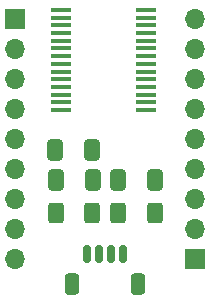
<source format=gbr>
%TF.GenerationSoftware,KiCad,Pcbnew,(6.0.0-0)*%
%TF.CreationDate,2022-02-05T19:10:17-08:00*%
%TF.ProjectId,w2rf004rm-breakout,77327266-3030-4347-926d-2d627265616b,v1*%
%TF.SameCoordinates,Original*%
%TF.FileFunction,Soldermask,Top*%
%TF.FilePolarity,Negative*%
%FSLAX46Y46*%
G04 Gerber Fmt 4.6, Leading zero omitted, Abs format (unit mm)*
G04 Created by KiCad (PCBNEW (6.0.0-0)) date 2022-02-05 19:10:17*
%MOMM*%
%LPD*%
G01*
G04 APERTURE LIST*
G04 Aperture macros list*
%AMRoundRect*
0 Rectangle with rounded corners*
0 $1 Rounding radius*
0 $2 $3 $4 $5 $6 $7 $8 $9 X,Y pos of 4 corners*
0 Add a 4 corners polygon primitive as box body*
4,1,4,$2,$3,$4,$5,$6,$7,$8,$9,$2,$3,0*
0 Add four circle primitives for the rounded corners*
1,1,$1+$1,$2,$3*
1,1,$1+$1,$4,$5*
1,1,$1+$1,$6,$7*
1,1,$1+$1,$8,$9*
0 Add four rect primitives between the rounded corners*
20,1,$1+$1,$2,$3,$4,$5,0*
20,1,$1+$1,$4,$5,$6,$7,0*
20,1,$1+$1,$6,$7,$8,$9,0*
20,1,$1+$1,$8,$9,$2,$3,0*%
G04 Aperture macros list end*
%ADD10R,1.750000X0.450000*%
%ADD11RoundRect,0.250000X-0.400000X-0.625000X0.400000X-0.625000X0.400000X0.625000X-0.400000X0.625000X0*%
%ADD12RoundRect,0.250000X0.400000X0.625000X-0.400000X0.625000X-0.400000X-0.625000X0.400000X-0.625000X0*%
%ADD13O,1.700000X1.700000*%
%ADD14R,1.700000X1.700000*%
%ADD15RoundRect,0.150000X0.150000X0.625000X-0.150000X0.625000X-0.150000X-0.625000X0.150000X-0.625000X0*%
%ADD16RoundRect,0.250000X0.350000X0.650000X-0.350000X0.650000X-0.350000X-0.650000X0.350000X-0.650000X0*%
%ADD17RoundRect,0.250000X0.412500X0.650000X-0.412500X0.650000X-0.412500X-0.650000X0.412500X-0.650000X0*%
%ADD18RoundRect,0.250000X-0.412500X-0.650000X0.412500X-0.650000X0.412500X0.650000X-0.412500X0.650000X0*%
G04 APERTURE END LIST*
D10*
%TO.C,U1*%
X150780000Y-84675000D03*
X150780000Y-85325000D03*
X150780000Y-85975000D03*
X150780000Y-86625000D03*
X150780000Y-87275000D03*
X150780000Y-87925000D03*
X150780000Y-88575000D03*
X150780000Y-89225000D03*
X150780000Y-89875000D03*
X150780000Y-90525000D03*
X150780000Y-91175000D03*
X150780000Y-91825000D03*
X150780000Y-92475000D03*
X150780000Y-93125000D03*
X143580000Y-93125000D03*
X143580000Y-92475000D03*
X143580000Y-91825000D03*
X143580000Y-91175000D03*
X143580000Y-90525000D03*
X143580000Y-89875000D03*
X143580000Y-89225000D03*
X143580000Y-88575000D03*
X143580000Y-87925000D03*
X143580000Y-87275000D03*
X143580000Y-86625000D03*
X143580000Y-85975000D03*
X143580000Y-85325000D03*
X143580000Y-84675000D03*
%TD*%
D11*
%TO.C,R2*%
X146250000Y-101812000D03*
X143150000Y-101812000D03*
%TD*%
D12*
%TO.C,R1*%
X151550000Y-101812000D03*
X148450000Y-101812000D03*
%TD*%
D13*
%TO.C,J3*%
X139700000Y-105740000D03*
X139700000Y-103200000D03*
X139700000Y-100660000D03*
X139700000Y-98120000D03*
X139700000Y-95580000D03*
X139700000Y-93040000D03*
X139700000Y-90500000D03*
X139700000Y-87960000D03*
D14*
X139700000Y-85420000D03*
%TD*%
D13*
%TO.C,J2*%
X154940000Y-85400000D03*
X154940000Y-87940000D03*
X154940000Y-90480000D03*
X154940000Y-93020000D03*
X154940000Y-95560000D03*
X154940000Y-98100000D03*
X154940000Y-100640000D03*
X154940000Y-103180000D03*
D14*
X154940000Y-105720000D03*
%TD*%
D15*
%TO.C,J1*%
X148820000Y-105355000D03*
X147820000Y-105355000D03*
X146820000Y-105355000D03*
X145820000Y-105355000D03*
D16*
X150120000Y-107880000D03*
X144520000Y-107880000D03*
%TD*%
D17*
%TO.C,C3*%
X148437500Y-99060000D03*
X151562500Y-99060000D03*
%TD*%
D18*
%TO.C,C2*%
X143137500Y-99060000D03*
X146262500Y-99060000D03*
%TD*%
%TO.C,C1*%
X143077500Y-96520000D03*
X146202500Y-96520000D03*
%TD*%
M02*

</source>
